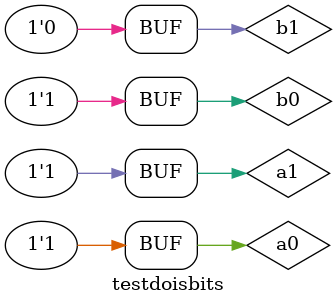
<source format=v>


module meiadiferenca (s0, s1, a, b );
output s0, s1;
input a, b;

xor XOR ( s0, a, b );
and AND ( s1, ~a, b);
endmodule // meiadiferenca


module diferencacompleta ( s0, s1, a, b ,c);
output s0, s1;
input a, b, c;

meiadiferenca D0 ( s2, s3, a, b );
meiadiferenca D1 ( s0, s4, s3, c);
or            OR ( s1, s3, s4 );

endmodule // diferencacompleta


module doisbits ( s0, s1, s2, s3, a0, a1, b0, b1 );
output s0, s1, s2, s3;
input a0, a1, b0, b1;

meiadiferenca D2 ( s0, s2, a0, b0 );
diferencacompleta D3 ( s1, s3, s2, a1, b1 );

endmodule // doisbits

// -- teste

module testdoisbits;
reg a0, a1, b0, b1 ;
wire s0, s1;

doisbits TOTAL ( s0, s1, s2, s3, a0, a1, b0, b1 );

 initial begin
      $display("Exercicio02_Guia05 - Bruno Calil Nicoliello Moreira - 405790");
      $display("Teste Diferenca Completa (3BITS)");
      $display("\n a  -  b   =  s1s0\n");
        
		$monitor("  %b%b  -  %b%b   =  %b%b",   a1, a0, b1, b0, s1, s0);

       a0=0; a1=0;  b0=0; b1=0;
#1     a0=1; a1=1;  b0=1; b1=1;
#1     a0=0; a1=1;  b0=1; b1=0;
#1     a0=1; a1=1;  b0=1; b1=0;


 end

endmodule // testetresbits





</source>
